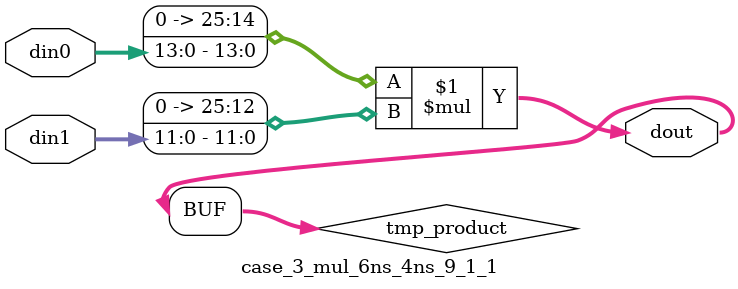
<source format=v>

`timescale 1 ns / 1 ps

 (* use_dsp = "no" *)  module case_3_mul_6ns_4ns_9_1_1(din0, din1, dout);
parameter ID = 1;
parameter NUM_STAGE = 0;
parameter din0_WIDTH = 14;
parameter din1_WIDTH = 12;
parameter dout_WIDTH = 26;

input [din0_WIDTH - 1 : 0] din0; 
input [din1_WIDTH - 1 : 0] din1; 
output [dout_WIDTH - 1 : 0] dout;

wire signed [dout_WIDTH - 1 : 0] tmp_product;
























assign tmp_product = $signed({1'b0, din0}) * $signed({1'b0, din1});











assign dout = tmp_product;





















endmodule

</source>
